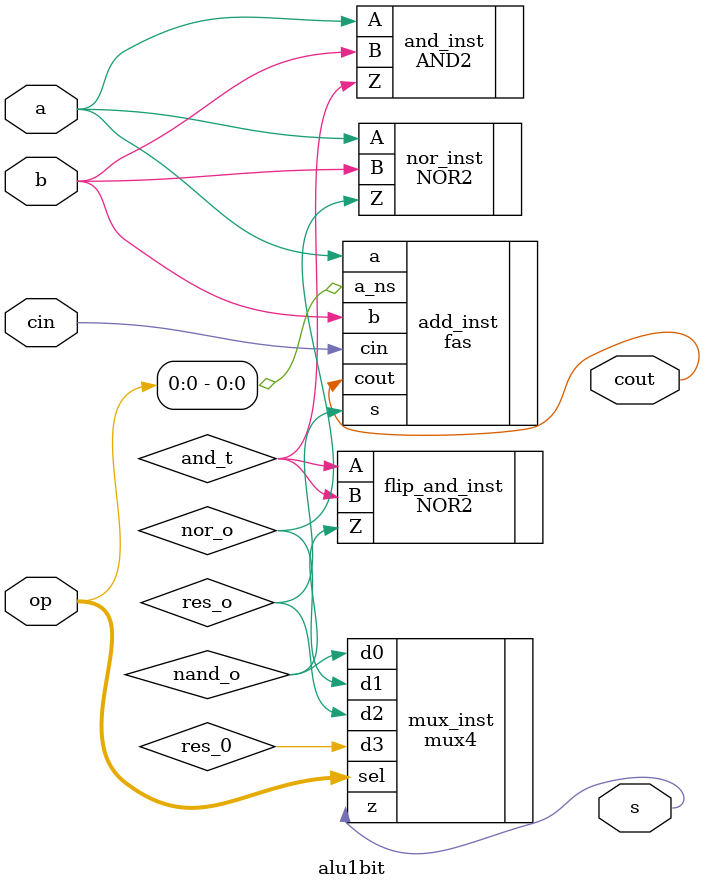
<source format=sv>
module alu1bit (
    input logic a,           // Input bit a
    input logic b,           // Input bit b
    input logic cin,         // Carry in
    input logic [1:0] op,    // Operation
    output logic s,          // Output S
    output logic cout        // Carry out
);

// Put your code here
// ------------------
logic nor_o,nand_o,res_o;
logic and_t;
// nand

AND2 #(.Tpdlh(2),.Tpdhl(12)) and_inst(.Z(and_t),.A(a),.B(b));
NOR2 #(.Tpdlh(10),.Tpdhl(8)) flip_and_inst(.Z(nand_o),.A(and_t),.B(and_t));
// nor
NOR2 #(.Tpdlh(10),.Tpdhl(8)) nor_inst(.Z(nor_o),.A(a),.B(b));

// add / sub 
fas add_inst(.cout(cout),.s(res_o),.cin(cin),.a(a),.b(b),.a_ns(op[0]));

// end choice
mux4 mux_inst(.z(s),.d0(nand_o),.d1(nor_o),.d2(res_o),.d3(res_0),.sel(op));

// End of your code

endmodule

</source>
